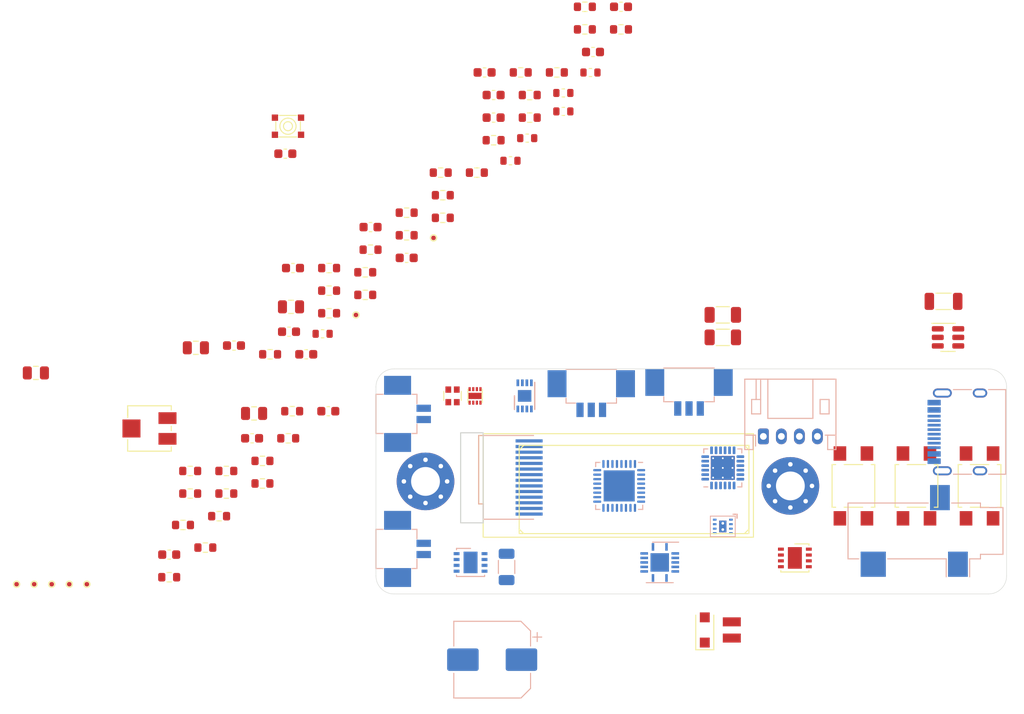
<source format=kicad_pcb>
(kicad_pcb (version 20210108) (generator pcbnew)
  (layers (0 "F.Cu" signal) (1 "In1.Cu" mixed) (2 "In2.Cu" mixed) (31 "B.Cu" signal) (34 "B.Paste" user) (35 "F.Paste" user) (36 "B.SilkS" user "B.Silkscreen") (37 "F.SilkS" user "F.Silkscreen") (38 "B.Mask" user) (39 "F.Mask" user) (44 "Edge.Cuts" user))
  (net 0 "")
  (net 1 "GND")
  (net 2 "Net-(C1-Pad1)")
  (net 3 "Net-(C2-Pad1)")
  (net 4 "Net-(C3-Pad1)")
  (net 5 "Net-(C4-Pad1)")
  (net 6 "Net-(C5-Pad1)")
  (net 7 "Net-(C6-Pad1)")
  (net 8 "+3V3")
  (net 9 "Net-(C8-Pad1)")
  (net 10 "VBUS")
  (net 11 "Net-(C16-Pad1)")
  (net 12 "Net-(C19-Pad2)")
  (net 13 "Net-(C19-Pad1)")
  (net 14 "Net-(C20-Pad2)")
  (net 15 "Net-(C20-Pad1)")
  (net 16 "Net-(C21-Pad1)")
  (net 17 "+12V")
  (net 18 "/MOT_FAULT")
  (net 19 "Net-(D1-Pad1)")
  (net 20 "Net-(D1-Pad2)")
  (net 21 "Net-(D1-Pad3)")
  (net 22 "Net-(D2-Pad2)")
  (net 23 "Net-(FB1-Pad1)")
  (net 24 "Net-(J1-PadS)")
  (net 25 "Net-(J1-PadR)")
  (net 26 "Net-(J2-Pad2)")
  (net 27 "Net-(J3-PadA5)")
  (net 28 "Net-(J3-PadA7)")
  (net 29 "Net-(J3-PadA6)")
  (net 30 "Net-(J3-PadB5)")
  (net 31 "/SWDIO")
  (net 32 "/SWCLK")
  (net 33 "/DBG_RX")
  (net 34 "/DBG_TX")
  (net 35 "Net-(J6-Pad2)")
  (net 36 "Net-(J6-Pad1)")
  (net 37 "Net-(M1-Pad4)")
  (net 38 "Net-(M1-Pad3)")
  (net 39 "Net-(M1-Pad2)")
  (net 40 "Net-(M1-Pad1)")
  (net 41 "Net-(Q1-Pad4)")
  (net 42 "Net-(R10-Pad1)")
  (net 43 "Net-(R11-Pad1)")
  (net 44 "Net-(R12-Pad1)")
  (net 45 "/D-")
  (net 46 "Net-(R15-Pad1)")
  (net 47 "/D+")
  (net 48 "Net-(R16-Pad1)")
  (net 49 "/RESET")
  (net 50 "/LIGHT_EN")
  (net 51 "Net-(R22-Pad1)")
  (net 52 "Net-(R23-Pad2)")
  (net 53 "/Stepper_motor/SU_FB")
  (net 54 "/Stepper_motor/MOT_MD3")
  (net 55 "/Stepper_motor/MOT_MD2")
  (net 56 "/Stepper_motor/MOT_MD1")
  (net 57 "/MOT_ENABLE")
  (net 58 "/MOT_DIR")
  (net 59 "/MOT_STEP")
  (net 60 "Net-(R34-Pad1)")
  (net 61 "Net-(R35-Pad1)")
  (net 62 "Net-(R36-Pad1)")
  (net 63 "/MOT_REF")
  (net 64 "/BT_OLED_>")
  (net 65 "/BT_OLED_#")
  (net 66 "/BT_OLED_<")
  (net 67 "/BT_PEDAL2")
  (net 68 "/BT_PEDAL1")
  (net 69 "/BT_ACTION")
  (net 70 "/SDA")
  (net 71 "/SCL")
  (net 72 "/OLED_RES")
  (net 73 "no_connect_74")
  (net 74 "no_connect_73")
  (net 75 "no_connect_78")
  (net 76 "no_connect_77")
  (net 77 "no_connect_76")
  (net 78 "no_connect_75")
  (net 79 "no_connect_79")
  (net 80 "no_connect_80")
  (net 81 "no_connect_81")
  (net 82 "no_connect_82")
  (footprint "TCY_passives:C_0603_1608Metric" (layer "F.Cu") (at 149.93 81.88)
    (fp_text reference "C6" hide)
    (fp_text value "100nF")
    (pad "1" smd roundrect (at -0.775 0) (size 0.7 0.9) (layers "F.Cu" "F.Paste" "F.Mask") (net 7 "Net-(C6-Pad1)"))
    (pad "2" smd roundrect (at 0.775 0) (size 0.7 0.9) (layers "F.Cu" "F.Paste" "F.Mask") (net 1 "GND"))
  )
  (footprint "Capacitor_SMD:C_0603_1608Metric" (layer "F.Cu") (at 127.26 103.38)
    (fp_text reference "C7" hide)
    (fp_text value "100nF")
    (pad "1" smd roundrect (at -0.775 0) (size 0.9 0.95) (layers "F.Cu" "F.Paste" "F.Mask") (net 8 "+3V3"))
    (pad "2" smd roundrect (at 0.775 0) (size 0.9 0.95) (layers "F.Cu" "F.Paste" "F.Mask") (net 1 "GND"))
  )
  (footprint "Capacitor_SMD:C_0603_1608Metric" (layer "F.Cu") (at 129.71 109.7)
    (fp_text reference "C25" hide)
    (fp_text value "22nF")
    (pad "1" smd roundrect (at -0.775 0) (size 0.9 0.95) (layers "F.Cu" "F.Paste" "F.Mask") (net 18 "/MOT_FAULT"))
    (pad "2" smd roundrect (at 0.775 0) (size 0.9 0.95) (layers "F.Cu" "F.Paste" "F.Mask") (net 1 "GND"))
  )
  (footprint "TCY_passives:C_0603_1608Metric" (layer "F.Cu") (at 158.81 72.08)
    (fp_text reference "C3" hide)
    (fp_text value "100nF")
    (pad "1" smd roundrect (at -0.775 0) (size 0.7 0.9) (layers "F.Cu" "F.Paste" "F.Mask") (net 4 "Net-(C3-Pad1)"))
    (pad "2" smd roundrect (at 0.775 0) (size 0.7 0.9) (layers "F.Cu" "F.Paste" "F.Mask") (net 1 "GND"))
  )
  (footprint "Resistor_SMD:R_0603_1608Metric" (layer "F.Cu") (at 113.58 122.34)
    (fp_text reference "R23" hide)
    (fp_text value "68k")
    (pad "1" smd roundrect (at -0.825 0) (size 0.8 0.95) (layers "F.Cu" "F.Paste" "F.Mask") (net 17 "+12V"))
    (pad "2" smd roundrect (at 0.825 0) (size 0.8 0.95) (layers "F.Cu" "F.Paste" "F.Mask") (net 52 "Net-(R23-Pad2)"))
  )
  (footprint "Button_Switch_SMD:SW_SPST_TL3305A" (layer "F.Cu") (at 202 118 90)
    (fp_text reference "SW2" hide)
    (fp_text value "OLED_#")
    (pad "1" smd rect (at -3.6 -1.5 90) (size 1.6 1.4) (layers "F.Cu" "F.Paste" "F.Mask") (net 1 "GND"))
    (pad "1" smd rect (at 3.6 -1.5 90) (size 1.6 1.4) (layers "F.Cu" "F.Paste" "F.Mask") (net 1 "GND"))
    (pad "2" smd rect (at -3.6 1.5 90) (size 1.6 1.4) (layers "F.Cu" "F.Paste" "F.Mask") (net 43 "Net-(R11-Pad1)"))
    (pad "2" smd rect (at 3.6 1.5 90) (size 1.6 1.4) (layers "F.Cu" "F.Paste" "F.Mask") (net 43 "Net-(R11-Pad1)"))
  )
  (footprint "Resistor_SMD:R_0603_1608Metric" (layer "F.Cu") (at 142.42 85.71)
    (fp_text reference "R14" hide)
    (fp_text value "5.1k")
    (pad "1" smd roundrect (at -0.825 0) (size 0.8 0.95) (layers "F.Cu" "F.Paste" "F.Mask") (net 30 "Net-(J3-PadB5)"))
    (pad "2" smd roundrect (at 0.825 0) (size 0.8 0.95) (layers "F.Cu" "F.Paste" "F.Mask") (net 1 "GND"))
  )
  (footprint "Resistor_SMD:R_0603_1608Metric" (layer "F.Cu") (at 148.06 79.6)
    (fp_text reference "R6" hide)
    (fp_text value "10k")
    (pad "1" smd roundrect (at -0.825 0) (size 0.8 0.95) (layers "F.Cu" "F.Paste" "F.Mask") (net 8 "+3V3"))
    (pad "2" smd roundrect (at 0.825 0) (size 0.8 0.95) (layers "F.Cu" "F.Paste" "F.Mask") (net 44 "Net-(R12-Pad1)"))
  )
  (footprint "Capacitor_SMD:C_0805_2012Metric" (layer "F.Cu") (at 115.01 102.66)
    (fp_text reference "C11" hide)
    (fp_text value "10uF")
    (pad "1" smd roundrect (at -0.95 0) (size 1 1.45) (layers "F.Cu" "F.Paste" "F.Mask") (net 8 "+3V3"))
    (pad "2" smd roundrect (at 0.95 0) (size 1 1.45) (layers "F.Cu" "F.Paste" "F.Mask") (net 1 "GND"))
  )
  (footprint "Resistor_SMD:R_0603_1608Metric" (layer "F.Cu") (at 123.25 103.38)
    (fp_text reference "R9" hide)
    (fp_text value "1k")
    (pad "1" smd roundrect (at -0.825 0) (size 0.8 0.95) (layers "F.Cu" "F.Paste" "F.Mask") (net 25 "Net-(J1-PadR)"))
    (pad "2" smd roundrect (at 0.825 0) (size 0.8 0.95) (layers "F.Cu" "F.Paste" "F.Mask") (net 4 "Net-(C3-Pad1)"))
  )
  (footprint "Capacitor_SMD:C_0805_2012Metric" (layer "F.Cu") (at 125.57 98.11)
    (fp_text reference "C21" hide)
    (fp_text value "10uF")
    (pad "1" smd roundrect (at -0.95 0) (size 1 1.45) (layers "F.Cu" "F.Paste" "F.Mask") (net 16 "Net-(C21-Pad1)"))
    (pad "2" smd roundrect (at 0.95 0) (size 1 1.45) (layers "F.Cu" "F.Paste" "F.Mask") (net 1 "GND"))
  )
  (footprint "Capacitor_SMD:C_0603_1608Metric" (layer "F.Cu") (at 125.79 93.8)
    (fp_text reference "C17" hide)
    (fp_text value "1uF")
    (pad "1" smd roundrect (at -0.775 0) (size 0.9 0.95) (layers "F.Cu" "F.Paste" "F.Mask") (net 8 "+3V3"))
    (pad "2" smd roundrect (at 0.775 0) (size 0.9 0.95) (layers "F.Cu" "F.Paste" "F.Mask") (net 1 "GND"))
  )
  (footprint "Resistor_SMD:R_0603_1608Metric" (layer "F.Cu") (at 152.07 74.58)
    (fp_text reference "R7" hide)
    (fp_text value "1k")
    (pad "1" smd roundrect (at -0.825 0) (size 0.8 0.95) (layers "F.Cu" "F.Paste" "F.Mask") (net 26 "Net-(J2-Pad2)"))
    (pad "2" smd roundrect (at 0.825 0) (size 0.8 0.95) (layers "F.Cu" "F.Paste" "F.Mask") (net 2 "Net-(C1-Pad1)"))
  )
  (footprint "Resistor_SMD:R_0603_1608Metric" (layer "F.Cu") (at 152.07 77.09)
    (fp_text reference "R22" hide)
    (fp_text value "390k")
    (pad "1" smd roundrect (at -0.825 0) (size 0.8 0.95) (layers "F.Cu" "F.Paste" "F.Mask") (net 51 "Net-(R22-Pad1)"))
    (pad "2" smd roundrect (at 0.825 0) (size 0.8 0.95) (layers "F.Cu" "F.Paste" "F.Mask") (net 1 "GND"))
  )
  (footprint "Resistor_SMD:R_0603_1608Metric" (layer "F.Cu") (at 122.4 117.73)
    (fp_text reference "R24" hide)
    (fp_text value "10k")
    (pad "1" smd roundrect (at -0.825 0) (size 0.8 0.95) (layers "F.Cu" "F.Paste" "F.Mask") (net 53 "/Stepper_motor/SU_FB"))
    (pad "2" smd roundrect (at 0.825 0) (size 0.8 0.95) (layers "F.Cu" "F.Paste" "F.Mask") (net 1 "GND"))
  )
  (footprint "Resistor_SMD:R_0603_1608Metric" (layer "F.Cu") (at 162.2 67.29)
    (fp_text reference "R1" hide)
    (fp_text value "10k")
    (pad "1" smd roundrect (at -0.825 0) (size 0.8 0.95) (layers "F.Cu" "F.Paste" "F.Mask") (net 8 "+3V3"))
    (pad "2" smd roundrect (at 0.825 0) (size 0.8 0.95) (layers "F.Cu" "F.Paste" "F.Mask") (net 25 "Net-(J1-PadR)"))
  )
  (footprint "Resistor_SMD:R_0603_1608Metric" (layer "F.Cu") (at 155.08 72.07)
    (fp_text reference "R18" hide)
    (fp_text value "1k")
    (pad "1" smd roundrect (at -0.825 0) (size 0.8 0.95) (layers "F.Cu" "F.Paste" "F.Mask") (net 49 "/RESET"))
    (pad "2" smd roundrect (at 0.825 0) (size 0.8 0.95) (layers "F.Cu" "F.Paste" "F.Mask") (net 9 "Net-(C8-Pad1)"))
  )
  (footprint "TCY_passives:C_0603_1608Metric" (layer "F.Cu") (at 151.79 79.37)
    (fp_text reference "C5" hide)
    (fp_text value "100nF")
    (pad "1" smd roundrect (at -0.775 0) (size 0.7 0.9) (layers "F.Cu" "F.Paste" "F.Mask") (net 6 "Net-(C5-Pad1)"))
    (pad "2" smd roundrect (at 0.775 0) (size 0.7 0.9) (layers "F.Cu" "F.Paste" "F.Mask") (net 1 "GND"))
  )
  (footprint "TCY_connectors:TestPoint_Pad_D0.5mm" (layer "F.Cu") (at 141.39 90.45)
    (fp_text reference "TP2" hide)
    (fp_text value "3V3")
    (pad "1" smd circle (at 0 0) (size 0.5 0.5) (layers "F.Cu" "F.Mask") (net 8 "+3V3"))
  )
  (footprint "Button_Switch_SMD:SW_SPST_TL3305A" (layer "F.Cu") (at 188 118 90)
    (fp_text reference "SW3" hide)
    (fp_text value "OLED_>")
    (pad "1" smd rect (at -3.6 -1.5 90) (size 1.6 1.4) (layers "F.Cu" "F.Paste" "F.Mask") (net 1 "GND"))
    (pad "1" smd rect (at 3.6 -1.5 90) (size 1.6 1.4) (layers "F.Cu" "F.Paste" "F.Mask") (net 1 "GND"))
    (pad "2" smd rect (at -3.6 1.5 90) (size 1.6 1.4) (layers "F.Cu" "F.Paste" "F.Mask") (net 44 "Net-(R12-Pad1)"))
    (pad "2" smd rect (at 3.6 1.5 90) (size 1.6 1.4) (layers "F.Cu" "F.Paste" "F.Mask") (net 44 "Net-(R12-Pad1)"))
  )
  (footprint "Resistor_SMD:R_0603_1608Metric" (layer "F.Cu") (at 133.81 94.27)
    (fp_text reference "R13" hide)
    (fp_text value "5.1k")
    (pad "1" smd roundrect (at -0.825 0) (size 0.8 0.95) (layers "F.Cu" "F.Paste" "F.Mask") (net 27 "Net-(J3-PadA5)"))
    (pad "2" smd roundrect (at 0.825 0) (size 0.8 0.95) (layers "F.Cu" "F.Paste" "F.Mask") (net 1 "GND"))
  )
  (footprint "TCY_display:OLED_128x32" (layer "F.Cu") (at 152 113)
    (fp_text reference "U6" hide)
    (fp_text value "OLED-128x32")
    (fp_rect (start -5.1 9.1) (end -7.6 -0.9) (layer "Edge.Cuts") (width 0.12) (fill none))
    (pad "1" smd rect (at 0 0) (size 3 0.35) (layers "B.Cu" "B.Paste" "B.Mask") (net 13 "Net-(C19-Pad1)"))
    (pad "2" smd rect (at 0 0.625) (size 3 0.35) (layers "B.Cu" "B.Paste" "B.Mask") (net 12 "Net-(C19-Pad2)"))
    (pad "3" smd rect (at 0 1.25) (size 3 0.35) (layers "B.Cu" "B.Paste" "B.Mask") (net 15 "Net-(C20-Pad1)"))
    (pad "4" smd rect (at 0 1.875) (size 3 0.35) (layers "B.Cu" "B.Paste" "B.Mask") (net 14 "Net-(C20-Pad2)"))
    (pad "5" smd rect (at 0 2.5) (size 3 0.35) (layers "B.Cu" "B.Paste" "B.Mask") (net 8 "+3V3"))
    (pad "6" smd rect (at 0 3.125) (size 3 0.35) (layers "B.Cu" "B.Paste" "B.Mask") (net 80 "no_connect_80"))
    (pad "7" smd rect (at 0 3.75) (size 3 0.35) (layers "B.Cu" "B.Paste" "B.Mask") (net 1 "GND"))
    (pad "8" smd rect (at 0 4.375) (size 3 0.35) (layers "B.Cu" "B.Paste" "B.Mask") (net 8 "+3V3"))
    (pad "9" smd rect (at 0 5) (size 3 0.35) (layers "B.Cu" "B.Paste" "B.Mask") (net 72 "/OLED_RES"))
    (pad "10" smd rect (at 0 5.625) (size 3 0.35) (layers "B.Cu" "B.Paste" "B.Mask") (net 71 "/SCL"))
    (pad "11" smd rect (at 0 6.25) (size 3 0.35) (layers "B.Cu" "B.Paste" "B.Mask") (net 70 "/SDA"))
    (pad "12" smd rect (at 0 6.875) (size 3 0.35) (layers "B.Cu" "B.Paste" "B.Mask") (net 51 "Net-(R22-Pad1)"))
    (pad "13" smd rect (at 0 7.5) (size 3 0.35) (layers "B.Cu" "B.Paste" "B.Mask") (net 11 "Net-(C16-Pad1)"))
    (pad "14" smd rect (at 0 8.125) (size 3 0.35) (layers "B.Cu" "B.Paste" "B.Mask") (net 16 "Net-(C21-Pad1)"))
  )
  (footprint "Resistor_SMD:R_1206_3216Metric" (layer "F.Cu") (at 173.5 101.5)
    (fp_text reference "R35" hide)
    (fp_text value "0.1R")
    (pad "1" smd roundrect (at -1.4625 0) (size 1.125 1.75) (layers "F.Cu" "F.Paste" "F.Mask") (roundrect_rratio 0.222222) (net 61 "Net-(R35-Pad1)"))
    (pad "2" smd roundrect (at 1.4625 0) (size 1.125 1.75) (layers "F.Cu" "F.Paste" "F.Mask") (roundrect_rratio 0.222222) (net 1 "GND"))
  )
  (footprint "TCY_passives:C_0603_1608Metric" (layer "F.Cu") (at 155.8 74.35)
    (fp_text reference "C1" hide)
    (fp_text value "100nF")
    (pad "1" smd roundrect (at -0.775 0) (size 0.7 0.9) (layers "F.Cu" "F.Paste" "F.Mask") (net 2 "Net-(C1-Pad1)"))
    (pad "2" smd roundrect (at 0.775 0) (size 0.7 0.9) (layers "F.Cu" "F.Paste" "F.Mask") (net 1 "GND"))
  )
  (footprint "Resistor_SMD:R_0603_1608Metric" (layer "F.Cu") (at 118.39 118.85)
    (fp_text reference "R25" hide)
    (fp_text value "0R")
    (pad "1" smd roundrect (at -0.825 0) (size 0.8 0.95) (layers "F.Cu" "F.Paste" "F.Mask") (net 8 "+3V3"))
    (pad "2" smd roundrect (at 0.825 0) (size 0.8 0.95) (layers "F.Cu" "F.Paste" "F.Mask") (net 54 "/Stepper_motor/MOT_MD3"))
  )
  (footprint "Capacitor_SMD:C_0805_2012Metric" (layer "F.Cu") (at 121.47 109.95)
    (fp_text reference "C23" hide)
    (fp_text value "10uF")
    (pad "1" smd roundrect (at -0.95 0) (size 1 1.45) (layers "F.Cu" "F.Paste" "F.Mask") (net 17 "+12V"))
    (pad "2" smd roundrect (at 0.95 0) (size 1 1.45) (layers "F.Cu" "F.Paste" "F.Mask") (net 1 "GND"))
  )
  (footprint "Capacitor_SMD:C_0805_2012Metric" (layer "F.Cu") (at 97.25 105.45)
    (fp_text reference "C16" hide)
    (fp_text value "10uF")
    (pad "1" smd roundrect (at -0.95 0) (size 1 1.45) (layers "F.Cu" "F.Paste" "F.Mask") (net 11 "Net-(C16-Pad1)"))
    (pad "2" smd roundrect (at 0.95 0) (size 1 1.45) (layers "F.Cu" "F.Paste" "F.Mask") (net 1 "GND"))
  )
  (footprint "TCY_passives:C_0603_1608Metric" (layer "F.Cu") (at 155.8 76.4)
    (fp_text reference "C4" hide)
    (fp_text value "100nF")
    (pad "1" smd roundrect (at -0.775 0) (size 0.7 0.9) (layers "F.Cu" "F.Paste" "F.Mask") (net 5 "Net-(C4-Pad1)"))
    (pad "2" smd roundrect (at 0.775 0) (size 0.7 0.9) (layers "F.Cu" "F.Paste" "F.Mask") (net 1 "GND"))
  )
  (footprint "MountingHole:MountingHole_3.2mm_M3_Pad_Via" (layer "F.Cu") (at 140.5 117.5)
    (fp_text reference "H2" hide)
    (fp_text value "M3")
    (pad "1" thru_hole circle (at -1.697056 -1.697056) (size 0.8 0.8) (drill 0.5) (layers *.Cu *.Mask) (net 1 "GND"))
    (pad "1" thru_hole circle (at 0 0) (size 6.4 6.4) (drill 3.2) (layers *.Cu *.Mask) (net 1 "GND"))
    (pad "1" thru_hole circle (at 0 -2.4) (size 0.8 0.8) (drill 0.5) (layers *.Cu *.Mask) (net 1 "GND"))
    (pad "1" thru_hole circle (at 1.697056 1.697056) (size 0.8 0.8) (drill 0.5) (layers *.Cu *.Mask) (net 1 "GND"))
    (pad "1" thru_hole circle (at -1.697056 1.697056) (size 0.8 0.8) (drill 0.5) (layers *.Cu *.Mask) (net 1 "GND"))
    (pad "1" thru_hole circle (at 0 2.4) (size 0.8 0.8) (drill 0.5) (layers *.Cu *.Mask) (net 1 "GND"))
    (pad "1" thru_hole circle (at -2.4 0) (size 0.8 0.8) (drill 0.5) (layers *.Cu *.Mask) (net 1 "GND"))
    (pad "1" thru_hole circle (at 2.4 0) (size 0.8 0.8) (drill 0.5) (layers *.Cu *.Mask) (net 1 "GND"))
    (pad "1" thru_hole circle (at 1.697056 -1.697056) (size 0.8 0.8) (drill 0.5) (layers *.Cu *.Mask) (net 1 "GND"))
  )
  (footprint "Capacitor_SMD:C_0603_1608Metric" (layer "F.Cu") (at 125.35 100.87)
    (fp_text reference "C10" hide)
    (fp_text value "1uF")
    (pad "1" smd roundrect (at -0.775 0) (size 0.9 0.95) (layers "F.Cu" "F.Paste" "F.Mask") (net 8 "+3V3"))
    (pad "2" smd roundrect (at 0.775 0) (size 0.9 0.95) (layers "F.Cu" "F.Paste" "F.Mask") (net 1 "GND"))
  )
  (footprint "Resistor_SMD:R_0603_1608Metric" (layer "F.Cu") (at 146.2 83.2)
    (fp_text reference "R4" hide)
    (fp_text value "10k")
    (pad "1" smd roundrect (at -0.825 0) (size 0.8 0.95) (layers "F.Cu" "F.Paste" "F.Mask") (net 8 "+3V3"))
    (pad "2" smd roundrect (at 0.825 0) (size 0.8 0.95) (layers "F.Cu" "F.Paste" "F.Mask") (net 42 "Net-(R10-Pad1)"))
  )
  (footprint "TCY_connectors:TestPoint_Pad_D0.5mm" (layer "F.Cu") (at 100.96 128.92)
    (fp_text reference "TP7" hide)
    (fp_text value "STEP")
    (pad "1" smd circle (at 0 0) (size 0.5 0.5) (layers "F.Cu" "F.Mask") (net 59 "/MOT_STEP"))
  )
  (footprint "Resistor_SMD:R_0603_1608Metric" (layer "F.Cu") (at 125.7 109.7)
    (fp_text reference "R27" hide)
    (fp_text value "0R")
    (pad "1" smd roundrect (at -0.825 0) (size 0.8 0.95) (layers "F.Cu" "F.Paste" "F.Mask") (net 8 "+3V3"))
    (pad "2" smd roundrect (at 0.825 0) (size 0.8 0.95) (layers "F.Cu" "F.Paste" "F.Mask") (net 55 "/Stepper_motor/MOT_MD2"))
  )
  (footprint "TCY_connectors:TestPoint_Pad_D0.5mm" (layer "F.Cu") (at 99.01 128.92)
    (fp_text reference "TP5" hide)
    (fp_text value "VREF")
    (pad "1" smd circle (at 0 0) (size 0.5 0.5) (layers "F.Cu" "F.Mask") (net 63 "/MOT_REF"))
  )
  (footprint "Resistor_SMD:R_Array_Convex_2x0606" (layer "F.Cu") (at 143.5 108 90)
    (fp_text reference "D1" hide)
    (fp_text value "LED_RGBA")
    (pad "1" smd rect (at -0.7 -0.47 90) (size 0.7 0.64) (layers "F.Cu" "F.Paste" "F.Mask") (net 19 "Net-(D1-Pad1)"))
    (pad "2" smd rect (at -0.7 0.47 90) (size 0.7 0.64) (layers "F.Cu" "F.Paste" "F.Mask") (net 20 "Net-(D1-Pad2)"))
    (pad "3" smd rect (at 0.7 0.47 90) (size 0.7 0.64) (layers "F.Cu" "F.Paste" "F.Mask") (net 21 "Net-(D1-Pad3)"))
    (pad "4" smd rect (at 0.7 -0.47 90) (size 0.7 0.64) (layers "F.Cu" "F.Paste" "F.Mask") (net 8 "+3V3"))
  )
  (footprint "Potentiometer_SMD:Potentiometer_Bourns_3214J_Horizontal" (layer "F.Cu") (at 109.86 111.62)
    (fp_text reference "RV1" hide)
    (fp_text value "50k")
    (pad "1" smd rect (at 2 -1.15) (size 2 1.3) (layers "F.Cu" "F.Paste" "F.Mask") (net 53 "/Stepper_motor/SU_FB"))
    (pad "2" smd rect (at -2 0) (size 2 2) (layers "F.Cu" "F.Paste" "F.Mask") (net 52 "Net-(R23-Pad2)"))
    (pad "3" smd rect (at 2 1.15) (size 2 1.3) (layers "F.Cu" "F.Paste" "F.Mask") (net 52 "Net-(R23-Pad2)"))
  )
  (footprint "Resistor_SMD:R_0603_1608Metric" (layer "F.Cu") (at 133.81 96.78)
    (fp_text reference "R8" hide)
    (fp_text value "1k")
    (pad "1" smd roundrect (at -0.825 0) (size 0.8 0.95) (layers "F.Cu" "F.Paste" "F.Mask") (net 24 "Net-(J1-PadS)"))
    (pad "2" smd roundrect (at 0.825 0) (size 0.8 0.95) (layers "F.Cu" "F.Paste" "F.Mask") (net 3 "Net-(C2-Pad1)"))
  )
  (footprint "Resistor_SMD:R_0603_1608Metric" (layer "F.Cu") (at 122.4 115.22)
    (fp_text reference "R30" hide)
    (fp_text value "0R")
    (pad "1" smd roundrect (at -0.825 0) (size 0.8 0.95) (layers "F.Cu" "F.Paste" "F.Mask") (net 56 "/Stepper_motor/MOT_MD1"))
    (pad "2" smd roundrect (at 0.825 0) (size 0.8 0.95) (layers "F.Cu" "F.Paste" "F.Mask") (net 1 "GND"))
  )
  (footprint "Capacitor_SMD:C_0603_1608Metric" (layer "F.Cu") (at 121.25 112.71)
    (fp_text reference "C22" hide)
    (fp_text value "2.2uF")
    (pad "1" smd roundrect (at -0.775 0) (size 0.9 0.95) (layers "F.Cu" "F.Paste" "F.Mask") (net 10 "VBUS"))
    (pad "2" smd roundrect (at 0.775 0) (size 0.9 0.95) (layers "F.Cu" "F.Paste" "F.Mask") (net 1 "GND"))
  )
  (footprint "TCY_passives:C_0603_1608Metric" (layer "F.Cu") (at 129.08 101.1)
    (fp_text reference "C2" hide)
    (fp_text value "100nF")
    (pad "1" smd roundrect (at -0.775 0) (size 0.7 0.9) (layers "F.Cu" "F.Paste" "F.Mask") (net 3 "Net-(C2-Pad1)"))
    (pad "2" smd roundrect (at 0.775 0) (size 0.7 0.9) (layers "F.Cu" "F.Paste" "F.Mask") (net 1 "GND"))
  )
  (footprint "TCY_IC:UTDFN-8-1EP_1.5x1.5mm_P0.4mm_EP0.8x1.45mm" (layer "F.Cu") (at 146 108 -90)
    (fp_text reference "U7" hide)
    (fp_text value "KTD2026BEWE")
    (pad "1" smd rect (at -0.75 -0.6 270) (size 0.45 0.25) (layers "F.Cu" "F.Paste" "F.Mask") (net 81 "no_connect_81"))
    (pad "2" smd rect (at -0.75 -0.2 270) (size 0.45 0.25) (layers "F.Cu" "F.Paste" "F.Mask") (net 21 "Net-(D1-Pad3)"))
    (pad "3" smd rect (at -0.75 0.2 270) (size 0.45 0.25) (layers "F.Cu" "F.Paste" "F.Mask") (net 20 "Net-(D1-Pad2)"))
    (pad "4" smd rect (at -0.75 0.6 270) (size 0.45 0.25) (layers "F.Cu" "F.Paste" "F.Mask") (net 19 "Net-(D1-Pad1)"))
    (pad "5" smd rect (at 0.75 0.6 270) (size 0.45 0.25) (layers "F.Cu" "F.Paste" "F.Mask") (net 8 "+3V3"))
    (pad "6" smd rect (at 0.75 0.2 270) (size 0.45 0.25) (layers "F.Cu" "F.Paste" "F.Mask") (net 71 "/SCL"))
    (pad "7" smd rect (at 0.75 -0.2 270) (size 0.45 0.25) (layers "F.Cu" "F.Paste" "F.Mask") (net 70 "/SDA"))
    (pad "8" smd rect (at 0.75 -0.6 270) (size 0.45 0.25) (layers "F.Cu" "F.Paste" "F.Mask") (net 1 "GND"))
    (pad "9" smd rect (at 0 0 270) (size 0.7 1.45) (layers "F.Cu" "F.Paste" "F.Mask") (net 1 "GND"))
  )
  (footprint "Capacitor_SMD:C_0603_1608Metric" (layer "F.Cu") (at 159.09 69.8)
    (fp_text reference "C12" hide)
    (fp_text value "100nF")
    (pad "1" smd roundrect (at -0.775 0) (size 0.9 0.95) (layers "F.Cu" "F.Paste" "F.Mask") (net 8 "+3V3"))
    (pad "2" smd roundrect (at 0.775 0) (size 0.9 0.95) (layers "F.Cu" "F.Paste" "F.Mask") (net 1 "GND"))
  )
  (footprint "Capacitor_SMD:C_0603_1608Metric" (layer "F.Cu") (at 148.06 74.58)
    (fp_text reference "C8" hide)
    (fp_text value "100nF")
    (pad "1" smd roundrect (at -0.775 0) (size 0.9 0.95) (layers "F.Cu" "F.Paste" "F.Mask") (net 9 "Net-(C8-Pad1)"))
    (pad "2" smd roundrect (at 0.775 0) (size 0.9 0.95) (layers "F.Cu" "F.Paste" "F.Mask") (net 1 "GND"))
  )
  (footprint "TCY_connectors:TestPoint_Pad_D0.5mm" (layer "F.Cu") (at 132.78 99.01)
    (fp_text reference "TP1" hide)
    (fp_text value "VBUS")
    (pad "1" smd circle (at 0 0) (size 0.5 0.5) (layers "F.Cu" "F.Mask") (net 10 "VBUS"))
  )
  (footprint "Inductor_SMD:L_1206_3216Metric" (layer "F.Cu") (at 198 97.5)
    (fp_text reference "FB1" hide)
    (fp_text value "50R@100Mhz")
    (pad "1" smd roundrect (at -1.575 0) (size 1.05 1.9) (layers "F.Cu" "F.Paste" "F.Mask") (roundrect_rratio 0.238095) (net 23 "Net-(FB1-Pad1)"))
    (pad "2" smd roundrect (at 1.575 0) (size 1.05 1.9) (layers "F.Cu" "F.Paste" "F.Mask") (roundrect_rratio 0.238095) (net 1 "GND"))
  )
  (footprint "Capacitor_SMD:C_0603_1608Metric" (layer "F.Cu") (at 119.24 102.41)
    (fp_text reference "C9" hide)
    (fp_text value "1uF")
    (pad "1" smd roundrect (at -0.775 0) (size 0.9 0.95) (layers "F.Cu" "F.Paste" "F.Mask") (net 10 "VBUS"))
    (pad "2" smd roundrect (at 0.775 0) (size 0.9 0.95) (layers "F.Cu" "F.Paste" "F.Mask") (net 1 "GND"))
  )
  (footprint "TCY_connectors:TestPoint_Pad_D0.5mm" (layer "F.Cu") (at 102.91 128.92)
    (fp_text reference "TP3" hide)
    (fp_text value "VMOT")
    (pad "1" smd circle (at 0 0) (size 0.5 0.5) (layers "F.Cu" "F.Mask") (net 17 "+12V"))
  )
  (footprint "Resistor_SMD:R_0603_1608Metric" (layer "F.Cu") (at 114.38 116.34)
    (fp_text reference "R33" hide)
    (fp_text value "10k")
    (pad "1" smd roundrect (at -0.825 0) (size 0.8 0.95) (layers "F.Cu" "F.Paste" "F.Mask") (net 59 "/MOT_STEP"))
    (pad "2" smd roundrect (at 0.825 0) (size 0.8 0.95) (layers "F.Cu" "F.Paste" "F.Mask") (net 1 "GND"))
  )
  (footprint "Package_TO_SOT_SMD:SOT-23-6" (layer "F.Cu") (at 198.5 101.5)
    (fp_text reference "U2" hide)
    (fp_text value "USBLC6-2SC6")
    (pad "1" smd roundrect (at -1.1375 -0.95) (size 1.325 0.6) (layers "F.Cu" "F.Paste" "F.Mask") (net 28 "Net-(J3-PadA7)"))
    (pad "2" smd roundrect (at -1.1375 0) (size 1.325 0.6) (layers "F.Cu" "F.Paste" "F.Mask") (net 1 "GND"))
    (pad "3" smd roundrect (at -1.1375 0.95) (size 1.325 0.6) (layers "F.Cu" "F.Paste" "F.Mask") (net 29 "Net-(J3-PadA6)"))
    (pad "4" smd roundrect (at 1.1375 0.95) (size 1.325 0.6) (layers "F.Cu" "F.Paste" "F.Mask") (net 48 "Net-(R16-Pad1)"))
    (pad "5" smd roundrect (at 1.1375 0) (size 1.325 0.6) (layers "F.Cu" "F.Paste" "F.Mask") (net 10 "VBUS"))
    (pad "6" smd roundrect (at 1.1375 -0.95) (size 1.325 0.6) (layers "F.Cu" "F.Paste" "F.Mask") (net 46 "Net-(R15-Pad1)"))
  )
  (footprint "Capacitor_SMD:C_0603_1608Metric" (layer "F.Cu") (at 162.2 64.78)
    (fp_text reference "C14" hide)
    (fp_text value "100nF")
    (pad "1" smd roundrect (at -0.775 0) (size 0.9 0.95) (layers "F.Cu" "F.Paste" "F.Mask") (net 8 "+3V3"))
    (pad "2" smd roundrect (at 0.775 0) (size 0.9 0.95) (layers "F.Cu" "F.Paste" "F.Mask") (net 1 "GND"))
  )
  (footprint "Diode_SMD:D_SOD-123F" (layer "F.Cu") (at 171.5 134 90)
    (fp_text reference "D2" hide)
    (fp_text value "SKL110")
    (pad "1" smd rect (at -1.4 0 90) (size 1.1 1.1) (layers "F.Cu" "F.Paste" "F.Mask") (net 17 "+12V"))
    (pad "2" smd rect (at 1.4 0 90) (size 1.1 1.1) (layers "F.Cu" "F.Paste" "F.Mask") (net 22 "Net-(D2-Pad2)"))
  )
  (footprint "Resistor_SMD:R_0603_1608Metric" (layer "F.Cu") (at 142.19 83.2)
    (fp_text reference "R17" hide)
    (fp_text value "100k")
    (pad "1" smd roundrect (at -0.825 0) (size 0.8 0.95) (layers "F.Cu" "F.Paste" "F.Mask") (net 8 "+3V3"))
    (pad "2" smd roundrect (at 0.825 0) (size 0.8 0.95) (layers "F.Cu" "F.Paste" "F.Mask") (net 9 "Net-(C8-Pad1)"))
  )
  (footprint "Resistor_SMD:R_0603_1608Metric" (layer "F.Cu") (at 151.07 72.07)
    (fp_text reference "R15" hide)
    (fp_text value "22R")
    (pad "1" smd roundrect (at -0.825 0) (size 0.8 0.95) (layers "F.Cu" "F.Paste" "F.Mask") (net 46 "Net-(R15-Pad1)"))
    (pad "2" smd roundrect (at 0.825 0) (size 0.8 0.95) (layers "F.Cu" "F.Paste" "F.Mask") (net 45 "/D-"))
  )
  (footprint "Capacitor_SMD:C_0603_1608Metric" (layer "F.Cu") (at 138.41 92.67)
    (fp_text reference "C18" hide)
    (fp_text value "100nF")
    (pad "1" smd roundrect (at -0.775 0) (size 0.9 0.95) (layers "F.Cu" "F.Paste" "F.Mask") (net 8 "+3V3"))
    (pad "2" smd roundrect (at 0.775 0) (size 0.9 0.95) (layers "F.Cu" "F.Paste" "F.Mask") (net 1 "GND"))
  )
  (footprint "Capacitor_SMD:C_0603_1608Metric" (layer "F.Cu") (at 147.06 72.07)
    (fp_text reference "C13" hide)
    (fp_text value "100nF")
    (pad "1" smd roundrect (at -0.775 0) (size 0.9 0.95) (layers "F.Cu" "F.Paste" "F.Mask") (net 8 "+3V3"))
    (pad "2" smd roundrect (at 0.775 0) (size 0.9 0.95) (layers "F.Cu" "F.Paste" "F.Mask") (net 1 "GND"))
  )
  (footprint "Capacitor_SMD:C_0603_1608Metric" (layer "F.Cu") (at 148.06 77.09)
    (fp_text reference "C15" hide)
    (fp_text value "1uF")
    (pad "1" smd roundrect (at -0.775 0) (size 0.9 0.95) (layers "F.Cu" "F.Paste" "F.Mask") (net 8 "+3V3"))
    (pad "2" smd roundrect (at 0.775 0) (size 0.9 0.95) (layers "F.Cu" "F.Paste" "F.Mask") (net 1 "GND"))
  )
  (footprint "TCY_connectors:TestPoint_Pad_D0.5mm" (layer "F.Cu") (at 95.11 128.92)
    (fp_text reference "TP6" hide)
    (fp_text value "DIR")
    (pad "1" smd circle (at 0 0) (size 0.5 0.5) (layers "F.Cu" "F.Mask") (net 58 "/MOT_DIR"))
  )
  (footprint "Resistor_SMD:R_0603_1608Metric" (layer "F.Cu") (at 116.06 124.85)
    (fp_text reference "R32" hide)
    (fp_text value "10k")
    (pad "1" smd roundrect (at -0.825 0) (size 0.8 0.95) (layers "F.Cu" "F.Paste" "F.Mask") (net 58 "/MOT_DIR"))
    (pad "2" smd roundrect (at 0.825 0) (size 0.8 0.95) (layers "F.Cu" "F.Paste" "F.Mask") (net 1 "GND"))
  )
  (footprint "Resistor_SMD:R_0603_1608Metric" (layer "F.Cu") (at 118.39 116.34)
    (fp_text reference "R34" hide)
    (fp_text value "10k")
    (pad "1" smd roundrect (at -0.825 0) (size 0.8 0.95) (layers "F.Cu" "F.Paste" "F.Mask") (net 60 "Net-(R34-Pad1)"))
    (pad "2" smd roundrect (at 0.825 0) (size 0.8 0.95) (layers "F.Cu" "F.Paste" "F.Mask") (net 1 "GND"))
  )
  (footprint "TCY_connectors:TestPoint_Pad_D0.5mm" (layer "F.Cu") (at 97.06 128.92)
    (fp_text reference "TP4" hide)
    (fp_text value "EN/FAULT")
    (pad "1" smd circle (at 0 0) (size 0.5 0.5) (layers "F.Cu" "F.Mask") (net 18 "/MOT_FAULT"))
  )
  (footprint "Resistor_SMD:R_0603_1608Metric" (layer "F.Cu") (at 158.19 67.29)
    (fp_text reference "R2" hide)
    (fp_text value "10k")
    (pad "1" smd roundrect (at -0.825 0) (size 0.8 0.95) (layers "F.Cu" "F.Paste" "F.Mask") (net 8 "+3V3"))
    (pad "2" smd roundrect (at 0.825 0) (size 0.8 0.95) (layers "F.Cu" "F.Paste" "F.Mask") (net 26 "Net-(J2-Pad2)"))
  )
  (footprint "Resistor_SMD:R_0603_1608Metric" (layer "F.Cu") (at 142.42 88.22)
    (fp_text reference "R12" hide)
    (fp_text value "1k")
    (pad "1" smd roundrect (at -0.825 0) (size 0.8 0.95) (layers "F.Cu" "F.Paste" "F.Mask") (net 44 "Net-(R12-Pad1)"))
    (pad "2" smd roundrect (at 0.825 0) (size 0.8 0.95) (layers "F.Cu" "F.Paste" "F.Mask") (net 7 "Net-(C6-Pad1)"))
  )
  (footprint "Resistor_SMD:R_1206_3216Metric" (layer "F.Cu") (at 173.5 99)
    (fp_text reference "R36" hide)
    (fp_text value "0.1R")
    (pad "1" smd roundrect (at -1.4625 0) (size 1.125 1.75) (layers "F.Cu" "F.Paste" "F.Mask") (roundrect_rratio 0.222222) (net 62 "Net-(R36-Pad1)"))
    (pad "2" smd roundrect (at 1.4625 0) (size 1.125 1.75) (layers "F.Cu" "F.Paste" "F.Mask") (roundrect_rratio 0.222222) (net 1 "GND"))
  )
  (footprint "Resistor_SMD:R_0603_1608Metric" (layer "F.Cu") (at 129.8 93.8)
    (fp_text reference "R16" hide)
    (fp_text value "22R")
    (pad "1" smd roundrect (at -0.825 0) (size 0.8 0.95) (layers "F.Cu" "F.Paste" "F.Mask") (net 48 "Net-(R16-Pad1)"))
    (pad "2" smd roundrect (at 0.825 0) (size 0.8 0.95) (layers "F.Cu" "F.Paste" "F.Mask") (net 47 "/D+"))
  )
  (footprint "Resistor_SMD:R_0603_1608Metric" (layer "F.Cu") (at 112.05 128.14)
    (fp_text reference "R31" hide)
    (fp_text value "10k")
    (pad "1" smd roundrect (at -0.825 0) (size 0.8 0.95) (layers "F.Cu" "F.Paste" "F.Mask") (net 57 "/MOT_ENABLE"))
    (pad "2" smd roundrect (at 0.825 0) (size 0.8 0.95) (layers "F.Cu" "F.Paste" "F.Mask") (net 18 "/MOT_FAULT"))
  )
  (footprint "MountingHole:MountingHole_3.2mm_M3_Pad_Via" (layer "F.Cu") (at 181 118)
    (fp_text reference "H1" hide)
    (fp_text value "M3")
    (pad "1" thru_hole circle (at 1.697056 -1.697056) (size 0.8 0.8) (drill 0.5) (layers *.Cu *.Mask) (net 1 "GND"))
    (pad "1" thru_hole circle (at -2.4 0) (size 0.8 0.8) (drill 0.5) (layers *.Cu *.Mask) (net 1 "GND"))
    (pad "1" thru_hole circle (at 0 2.4) (size 0.8 0.8) (drill 0.5) (layers *.Cu *.Mask) (net 1 "GND"))
    (pad "1" thru_hole circle (at 2.4 0) (size 0.8 0.8) (drill 0.5) (layers *.Cu *.Mask) (net 1 "GND"))
    (pad "1" thru_hole circle (at 0 -2.4) (size 0.8 0.8) (drill 0.5) (layers *.Cu *.Mask) (net 1 "GND"))
    (pad "1" thru_hole circle (at -1.697056 1.697056) (size 0.8 0.8) (drill 0.5) (layers *.Cu *.Mask) (net 1 "GND"))
    (pad "1" thru_hole circle (at 1.697056 1.697056) (size 0.8 0.8) (drill 0.5) (layers *.Cu *.Mask) (net 1 "GND"))
    (pad "1" thru_hole circle (at 0 0) (size 6.4 6.4) (drill 3.2) (layers *.Cu *.Mask) (net 1 "GND"))
    (pad "1" thru_hole circle (at -1.697056 -1.697056) (size 0.8 0.8) (drill 0.5) (layers *.Cu *.Mask) (net 1 "GND"))
  )
  (footprint "Resistor_SMD:R_0603_1608Metric" (layer "F.Cu") (at 138.41 90.16)
    (fp_text reference "R5" hide)
    (fp_text value "10k")
    (pad "1" smd roundrect (at -0.825 0) (size 0.8 0.95) (layers "F.Cu" "F.Paste" "F.Mask") (net 8 "+3V3"))
    (pad "2" smd roundrect (at 0.825 0) (size 0.8 0.95) (layers "F.Cu" "F.Paste" "F.Mask") (net 43 "Net-(R11-Pad1)"))
  )
  (footprint "Resistor_SMD:R_0603_1608Metric" (layer "F.Cu") (at 138.41 87.65)
    (fp_text reference "R19" hide)
    (fp_text value "220R")
    (pad "1" smd roundrect (at -0.825 0) (size 0.8 0.95) (layers "F.Cu" "F.Paste" "F.Mask") (net 50 "/LIGHT_EN"))
    (pad "2" smd roundrect (at 0.825 0) (size 0.8 0.95) (layers "F.Cu" "F.Paste" "F.Mask") (net 41 "Net-(Q1-Pad4)"))
  )
  (footprint "TCY_passives:Laird_2520" (layer "F.Cu") (at 174.5 134)
    (fp_text reference "L1" hide)
    (fp_text value "10uH")
    (pad "1" smd rect (at 0 -0.9) (size 2 1) (layers "F.Cu" "F.Paste" "F.Mask") (net 10 "VBUS"))
    (pad "2" smd rect (at 0 0.9) (size 2 1) (layers "F.Cu" "F.Paste" "F.Mask") (net 22 "Net-(D2-Pad2)"))
  )
  (footprint "Resistor_SMD:R_0603_1608Metric" (layer "F.Cu") (at 129.8 96.31)
    (fp_text reference "R10" hide)
    (fp_text value "1k")
    (pad "1" smd roundrect (at -0.825 0) (size 0.8 0.95) (layers "F.Cu" "F.Paste" "F.Mask") (net 42 "Net-(R10-Pad1)"))
    (pad "2" smd roundrect (at 0.825 0) (size 0.8 0.95) (layers "F.Cu" "F.Paste" "F.Mask") (net 5 "Net-(C4-Pad1)"))
  )
  (footprint "Resistor_SMD:R_0603_1608Metric" (layer "F.Cu") (at 129.8 98.82)
    (fp_text reference "R3" hide)
    (fp_text value "10k")
    (pad "1" smd roundrect (at -0.825 0) (size 0.8 0.95) (layers "F.Cu" "F.Paste" "F.Mask") (net 8 "+3V3"))
    (pad "2" smd roundrect (at 0.825 0) (size 0.8 0.95) (layers "F.Cu" "F.Paste" "F.Mask") (net 24 "Net-(J1-PadS)"))
  )
  (footprint "Capacitor_SMD:C_0603_1608Metric" (layer "F.Cu") (at 112.05 125.63)
    (fp_text reference "C26" hide)
    (fp_text value "330nF")
    (pad "1" smd roundrect (at -0.775 0) (size 0.9 0.95) (layers "F.Cu" "F.Paste" "F.Mask") (net 17 "+12V"))
    (pad "2" smd roundrect (at 0.775 0) (size 0.9 0.95) (layers "F.Cu" "F.Paste" "F.Mask") (net 1 "GND"))
  )
  (footprint "Resistor_SMD:R_0603_1608Metric" (layer "F.Cu") (at 125.26 112.71)
    (fp_text reference "R29" hide)
    (fp_text value "0R")
    (pad "1" smd roundrect (at -0.825 0) (size 0.8 0.95) (layers "F.Cu" "F.Paste" "F.Mask") (net 8 "+3V3"))
    (pad "2" smd roundrect (at 0.825 0) (size 0.8 0.95) (layers "F.Cu" "F.Paste" "F.Mask") (net 56 "/Stepper_motor/MOT_MD1"))
  )
  (footprint "Resistor_SMD:R_0603_1608Metric" (layer "F.Cu") (at 117.59 121.36)
    (fp_text reference "R26" hide)
    (fp_text value "0R")
    (pad "1" smd roundrect (at -0.825 0) (size 0.8 0.95) (layers "F.Cu" "F.Paste" "F.Mask") (net 54 "/Stepper_motor/MOT_MD3"))
    (pad "2" smd roundrect (at 0.825 0) (size 0.8 0.95) (layers "F.Cu" "F.Paste" "F.Mask") (net 1 "GND"))
  )
  (footprint "Resistor_SMD:R_0603_1608Metric" (layer "F.Cu") (at 134.4 91.76)
    (fp_text reference "R11" hide)
    (fp_text value "1k")
    (pad "1" smd roundrect (at -0.825 0) (size 0.8 0.95) (layers "F.Cu" "F.Paste" "F.Mask") (net 43 "Net-(R11-Pad1)"))
    (pad "2" smd roundrect (at 0.825 0) (size 0.8 0.95) (layers "F.Cu" "F.Paste" "F.Mask") (net 6 "Net-(C5-Pad1)"))
  )
  (footprint "Button_Switch_SMD:SW_SPST_TL3305A" (layer "F.Cu") (at 195 118 90)
    (fp_text reference "SW1" hide)
    (fp_text value "OLED_<")
    (pad "1" smd rect (at 3.6 -1.5 90) (size 1.6 1.4) (layers "F.Cu" "F.Paste" "F.Mask") (net 1 "GND"))
    (pad "1" smd rect (at -3.6 -1.5 90) (size 1.6 1.4) (layers "F.Cu" "F.Paste" "F.Mask") (net 1 "GND"))
    (pad "2" smd rect (at -3.6 1.5 90) (size 1.6 1.4) (layers "F.Cu" "F.Paste" "F.Mask") (net 42 "Net-(R10-Pad1)"))
    (pad "2" smd rect (at 3.6 1.5 90) (size 1.6 1.4) (layers "F.Cu" "F.Paste" "F.Mask") (net 42 "Net-(R10-Pad1)"))
  )
  (footprint "Capacitor_SMD:C_0603_1608Metric" (layer "F.Cu") (at 124.94 81.1)
    (fp_text reference "C19" hide)
    (fp_text value "1uF")
    (pad "1" smd roundrect (at -0.775 0) (size 0.9 0.95) (layers "F.Cu" "F.Paste" "F.Mask") (net 13 "Net-(C19-Pad1)"))
    (pad "2" smd roundrect (at 0.775 0) (size 0.9 0.95) (layers "F.Cu" "F.Paste" "F.Mask") (net 12 "Net-(C19-Pad2)"))
  )
  (footprint "Package_DFN_QFN:DFN-8-1EP_3x3mm_P0.65mm_EP1.55x2.4mm" (layer "F.Cu") (at 181.5 126)
    (fp_text reference "U3" hide)
    (fp_text value "NCV8165ML330")
    (pad "1" smd rect (at -1.55 -0.975) (size 0.65 0.35) (layers "F.Cu" "F.Paste" "F.Mask") (net 8 "+3V3"))
    (pad "2" smd rect (at -1.55 -0.325) (size 0.65 0.35) (layers "F.Cu" "F.Paste" "F.Mask"))
    (pad "3" smd rect (at -1.55 0.325) (size 0.65 0.35) (layers "F.Cu" "F.Paste" "F.Mask"))
    (pad "4" smd rect (at -1.55 0.975) (size 0.65 0.35) (layers "F.Cu" "F.Paste" "F.Mask") (net 1 "GND"))
    (pad "5" smd rect (at 1.55 0.975) (size 0.65 0.35) (layers "F.Cu" "F.Paste" "F.Mask") (net 10 "VBUS"))
    (pad "6" smd rect (at 1.55 0.325) (size 0.65 0.35) (layers "F.Cu" "F.Paste" "F.Mask"))
    (pad "7" smd rect (at 1.55 -0.325) (size 0.65 0.35) (layers "F.Cu" "F.Paste" "F.Mask"))
    (pad "8" smd rect (at 1.55 -0.975) (size 0.65 0.35) (layers "F.Cu" "F.Paste" "F.Mask") (net 10 "VBUS"))
    (pad "9" smd rect (at 0 0) (size 1.55 2.4) (layers "F.Cu" "F.Mask") (net 1 "GND"))
  )
  (footprint "Resistor_SMD:R_0603_1608Metric" (layer "F.Cu") (at 114.38 118.85)
    (fp_text reference "R28" hide)
    (fp_text value "0R")
    (pad "1" smd roundrect (at -0.825 0) (size 0.8 0.95) (layers "F.Cu" "F.Paste" "F.Mask") (net 55 "/Stepper_motor/MOT_MD2"))
    (pad "2" smd roundrect (at 0.825 0) (size 0.8 0.95) (layers "F.Cu" "F.Paste" "F.Mask") (net 1 "GND"))
  )
  (footprint "TCY_buttons_switches:KMT031NGJLHS" (layer "F.Cu") (at 125.235 78.045)
    (fp_text reference "SW4" hide)
    (fp_text value "BT_RESET")
    (pad "1" smd rect (at -1.45 -0.95) (size 0.7 0.7) (layers "F.Cu" "F.Paste" "F.Mask") (net 9 "Net-(C8-Pad1)"))
    (pad "1" smd rect (at 1.45 -0.95) (size 0.7 0.7) (layers "F.Cu" "F.Paste" "F.Mask") (net 9 "Net-(C8-Pad1)"))
    (pad "2" smd rect (at -1.45 0.95) (size 0.7 0.7) (layers "F.Cu" "F.Paste" "F.Mask") (net 1 "GND"))
    (pad "2" smd rect (at 1.45 0.95) (size 0.7 0.7) (layers "F.Cu" "F.Paste" "F.Mask") (net 1 "GND"))
  )
  (footprint "Resistor_SMD:R_0603_1608Metric" (layer "F.Cu") (at 158.19 64.78)
    (fp_text reference "R20" hide)
    (fp_text value "10k")
    (pad "1" smd roundrect (at -0.825 0) (size 0.8 0.95) (layers "F.Cu" "F.Paste" "F.Mask") (net 1 "GND"))
    (pad "2" smd roundrect (at 0.825 0) (size 0.8 0.95) (layers "F.Cu" "F.Paste" "F.Mask") (net 41 "Net-(Q1-Pad4)"))
  )
  (footprint "Capacitor_SMD:C_0603_1608Metric" (layer "F.Cu") (at 134.4 89.25)
    (fp_text reference "C20" hide)
    (fp_text value "1uF")
    (pad "1" smd roundrect (at -0.775 0) (size 0.9 0.95) (layers "F.Cu" "F.Paste" "F.Mask") (net 15 "Net-(C20-Pad1)"))
    (pad "2" smd roundrect (at 0.775 0) (size 0.9 0.95) (layers "F.Cu" "F.Paste" "F.Mask") (net 14 "Net-(C20-Pad2)"))
  )
  (footprint "TCY_connectors:Amphenol_10114828-11103LF_1x03_P1.25mm_Vertical" (layer "B.Cu") (at 158.9 108.8)
    (fp_text reference "J4" hide)
    (fp_text value "PROG_CONN")
    (pad "1" smd rect (at -1.25 0.75) (size 0.8 1.6) (layers "B.Cu" "B.Paste" "B.Mask") (net 1 "GND"))
    (pad "2" smd rect (at 0 0.75) (size 0.8 1.6) (layers "B.Cu" "B.Paste" "B.Mask") (net 32 "/SWCLK"))
    (pad "3" smd rect (at 1.25 0.75) (size 0.8 1.6) (layers "B.Cu" "B.Paste" "B.Mask") (net 31 "/SWDIO"))
    (pad "~" smd rect (at 3.8 -2.15) (size 2.1 3) (layers "B.Cu" "B.Paste" "B.Mask"))
    (pad "~" smd rect (at -3.8 -2.15) (size 2.1 3) (layers "B.Cu" "B.Paste" "B.Mask"))
  )
  (footprint "Package_DFN_QFN:DFN-8-1EP_3x2mm_P0.5mm_EP1.3x1.5mm" (layer "B.Cu") (at 151.5 108 -90)
    (fp_text reference "U5" hide)
    (fp_text value "M24C32")
    (pad "1" smd rect (at -1.45 0.75 270) (size 0.75 0.3) (layers "B.Cu" "B.Paste" "B.Mask") (net 1 "GND"))
    (pad "2" smd rect (at -1.45 0.25 270) (size 0.75 0.3) (layers "B.Cu" "B.Paste" "B.Mask") (net 1 "GND"))
    (pad "3" smd rect (at -1.45 -0.25 270) (size 0.75 0.3) (layers "B.Cu" "B.Paste" "B.Mask") (net 1 "GND"))
    (pad "4" smd rect (at -1.45 -0.75 270) (size 0.75 0.3) (layers "B.Cu" "B.Paste" "B.Mask") (net 1 "GND"))
    (pad "5" smd rect (at 1.45 -0.75 270) (size 0.75 0.3) (layers "B.Cu" "B.Paste" "B.Mask") (net 70 "/SDA"))
    (pad "6" smd rect (at 1.45 -0.25 270) (size 0.75 0.3) (layers "B.Cu" "B.Paste" "B.Mask") (net 71 "/SCL"))
    (pad "7" smd rect (at 1.45 0.25 270) (size 0.75 0.3) (layers "B.Cu" "B.Paste" "B.Mask") (net 1 "GND"))
    (pad "8" smd rect (at 1.45 0.75 270) (size 0.75 0.3) (layers "B.Cu" "B.Paste" "B.Mask") (net 8 "+3V3"))
    (pad "9" smd rect (at 0 0 270) (size 1.3 1.5) (layers "B.Cu" "B.Mask"))
  )
  (footprint "Capacitor_SMD:CP_Elec_8x10" (layer "B.Cu") (at 147.9 137.3 180)
    (fp_text reference "C24" hide)
    (fp_text value "330uF")
    (pad "1" smd roundrect (at -3.25 0 180) (size 3.5 2.5) (layers "B.Cu" "B.Paste" "B.Mask") (roundrect_rratio 0.1) (net 17 "+12V"))
    (pad "2" smd roundrect (at 3.25 0 180) (size 3.5 2.5) (layers "B.Cu" "B.Paste" "B.Mask") (roundrect_rratio 0.1) (net 1 "GND"))
  )
  (footprint "TCY_connectors:Amphenol_10114830-11102LF_1x02_P1.25mm_Horizontal" (layer "B.Cu") (at 139.5 110 90)
    (fp_text reference "J2" hide)
    (fp_text value "BT_ACTION")
    (pad "1" smd rect (at -0.625 0.8 90) (size 0.8 1.6) (layers "B.Cu" "B.Paste" "B.Mask") (net 1 "GND"))
    (pad "2" smd rect (at 0.625 0.8 90) (size 0.8 1.6) (layers "B.Cu" "B.Paste" "B.Mask") (net 26 "Net-(J2-Pad2)"))
    (pad "~" smd rect (at -3.175 -2.1 90) (size 2.1 3) (layers "B.Cu" "B.Paste" "B.Mask"))
    (pad "~" smd rect (at 3.175 -2.1 90) (size 2.1 3) (layers "B.Cu" "B.Paste" "B.Mask"))
  )
  (footprint "TCY_connectors:Amphenol_10114828-11103LF_1x03_P1.25mm_Vertical" (layer "B.Cu") (at 169.75 108.65)
    (fp_text reference "J5" hide)
    (fp_text value "DBG_UART")
    (pad "1" smd rect (at -1.25 0.75) (size 0.8 1.6) (layers "B.Cu" "B.Paste" "B.Mask") (net 1 "GND"))
    (pad "2" smd rect (at 0 0.75) (size 0.8 1.6) (layers "B.Cu" "B.Paste" "B.Mask") (net 34 "/DBG_TX"))
    (pad "3" smd rect (at 1.25 0.75) (size 0.8 1.6) (layers "B.Cu" "B.Paste" "B.Mask") (net 33 "/DBG_RX"))
    (pad "~" smd rect (at -3.8 -2.15) (size 2.1 3) (layers "B.Cu" "B.Paste" "B.Mask"))
    (pad "~" smd rect (at 3.8 -2.15) (size 2.1 3) (layers "B.Cu" "B.Paste" "B.Mask"))
  )
  (footprint "Package_DFN_QFN:QFN-24-1EP_4x4mm_P0.5mm_EP2.65x2.65mm_ThermalVias" (layer "B.Cu") (at 173.5 116)
    (fp_text reference "U9" hide)
    (fp_text value "STSPIN820")
    (pad "1" smd roundrect (at -1.95 1.25) (size 0.85 0.3) (layers "B.Cu" "B.Paste" "B.Mask") (net 63 "/MOT_REF"))
    (pad "2" smd roundrect (at -1.95 0.75) (size 0.85 0.3) (layers "B.Cu" "B.Paste" "B.Mask") (net 1 "GND"))
    (pad "3" smd roundrect (at -1.95 0.25) (size 0.85 0.3) (layers "B.Cu" "B.Paste" "B.Mask") (net 1 "GND"))
    (pad "4" smd roundrect (at -1.95 -0.25) (size 0.85 0.3) (layers "B.Cu" "B.Paste" "B.Mask") (net 61 "Net-(R35-Pad1)"))
    (pad "5" smd roundrect (at -1.95 -0.75) (size 0.85 0.3) (layers "B.Cu" "B.Paste" "B.Mask") (net 61 "Net-(R35-Pad1)"))
    (pad "6" smd roundrect (at -1.95 -1.25) (size 0.85 0.3) (layers "B.Cu" "B.Paste" "B.Mask") (net 61 "Net-(R35-Pad1)"))
    (pad "7" smd roundrect (at -1.25 -1.95) (size 0.3 0.85) (layers "B.Cu" "B.Paste" "B.Mask") (net 39 "Net-(M1-Pad2)"))
    (pad "8" smd roundrect (at -0.75 -1.95) (size 0.3 0.85) (layers "B.Cu" "B.Paste" "B.Mask") (net 40 "Net-(M1-Pad1)"))
    (pad "9" smd roundrect (at -0.25 -1.95) (size 0.3 0.85) (layers "B.Cu" "B.Paste" "B.Mask") (net 17 "+12V"))
    (pad "10" smd roundrect (at 0.25 -1.95) (size 0.3 0.85) (layers "B.Cu" "B.Paste" "B.Mask") (net 17 "+12V"))
    (pad "11" smd roundrect (at 0.75 -1.95) (size 0.3 0.85) (layers "B.Cu" "B.Paste" "B.Mask") (net 37 "Net-(M1-Pad4)"))
    (pad "12" smd roundrect (at 1.25 -1.95) (size 0.3 0.85) (layers "B.Cu" "B.Paste" "B.Mask") (net 38 "Net-(M1-Pad3)"))
    (pad "13" smd roundrect (at 1.95 -1.25) (size 0.85 0.3) (layers "B.Cu" "B.Paste" "B.Mask") (net 62 "Net-(R36-Pad1)"))
    (pad "14" smd roundrect (at 1.95 -0.75) (size 0.85 0.3) (layers "B.Cu" "B.Paste" "B.Mask") (net 62 "Net-(R36-Pad1)"))
    (pad "15" smd roundrect (at 1.95 -0.25) (size 0.85 0.3) (layers "B.Cu" "B.Paste" "B.Mask") (net 62 "Net-(R36-Pad1)"))
    (pad "16" smd roundrect (at 1.95 0.25) (size 0.85 0.3) (layers "B.Cu" "B.Paste" "B.Mask") (net 8 "+3V3"))
    (pad "17" smd roundrect (at 1.95 0.75) (size 0.85 0.3) (layers "B.Cu" "B.Paste" "B.Mask") (net 18 "/MOT_FAULT"))
    (pad "18" smd roundrect (at 1.95 1.25) (size 0.85 0.3) (layers "B.Cu" "B.Paste" "B.Mask") (net 1 "GND"))
    (pad "19" smd roundrect (at 1.25 1.95) (size 0.3 0.85) (layers "B.Cu" "B.Paste" "B.Mask") (net 59 "/MOT_STEP"))
    (pad "20" smd roundrect (at 0.75 1.95) (size 0.3 0.85) (layers "B.Cu" "B.Paste" "B.Mask") (net 58 "/MOT_DIR"))
    (pad "21" smd roundrect (at 0.25 1.95) (size 0.3 0.85) (layers "B.Cu" "B.Paste" "B.Mask") (net 56 "/Stepper_motor/MOT_MD1"))
    (pad "22" smd roundrect (at -0.25 1.95) (size 0.3 0.85) (layers "B.Cu" "B.Paste" "B.Mask") (net 55 "/Stepper_motor/MOT_MD2"))
    (pad "23" smd roundrect (at -0.75 1.95) (size 0.3 0.85) (layers "B.Cu" "B.Paste" "B.Mask") (net 54 "/Stepper_motor/MOT_MD3"))
    (pad "24" smd roundrect (at -1.25 1.95) (size 0.3 0.85) (layers "B.Cu" "B.Paste" "B.Mask") (net 60 "Net-(R34-Pad1)"))
    (pad "25" thru_hole circle (at -1.075 -1.075) (size 0.5 0.5) (drill 0.2) (layers *.Cu) (net 1 "GND"))
    (pad "25" thru_hole circle (at -1.075 0) (size 0.5 0.5) (drill 0.2) (layers *.Cu) (net 1 "GND"))
    (pad "25" thru_hole circle (at 1.075 1.075) (size 0.5 0.5) (drill 0.2) (layers *.Cu) (net 1 "GND"))
    (pad "25" thru_hole circle (at 0 -1.075) (size 0.5 0.5) (drill 0.2) (layers *.Cu) (net 1 "GND"))
    (pad "25" thru_hole circle (at 0 0) (size 0.5 0.5) (drill 0.2) (layers *.Cu) (net 1 "GND"))
    (pad "25" smd rect (at 0 0) (size 2.65 2.65) (layers "F.Cu") (net 1 "GND"))
    (pad "25" smd rect (at 0 0) (size 2.65 2.65) (layers "B.Cu" "B.Mask") (net 1 "GND"))
    (pad "25" thru_hole circle (at 1.075 -1.075) (size 0.5 0.5) (drill 0.2) (layers *.Cu) (net 1 "GND"))
    (pad "25" thru_hole circle (at -1.075 1.075) (size 0.5 0.5) (drill 0.2) (layers *.Cu) (net 1 "GND"))
    (pad "25" thru_hole circle (at 1.075 0) (size 0.5 0.5) (drill 0.2) (layers *.Cu) (net 1 "GND"))
    (pad "25" thru_hole circle (at 0 1.075) (size 0.5 0.5) (drill 0.2) (layers *.Cu) (net 1 "GND"))
  )
  (footprint "Connector_USB:USB_C_Receptacle_HRO_TYPE-C-31-M-12" (layer "B.Cu") (at 201 112 -90)
    (fp_text reference "J3" hide)
    (fp_text value "USB_C_Receptacle_USB2.0")
    (pad "" np_thru_hole circle (at -2.89 2.6 270) (size 0.65 0.65) (drill 0.65) (layers *.Cu *.Mask))
    (pad "" np_thru_hole circle (at 2.89 2.6 270) (size 0.65 0.65) (drill 0.65) (layers *.Cu *.Mask))
    (pad "A1" smd rect (at -3.25 4.045 270) (size 0.6 1.45) (layers "B.Cu" "B.Paste" "B.Mask") (net 1 "GND"))
    (pad "A4" smd rect (at -2.45 4.045 270) (size 0.6 1.45) (layers "B.Cu" "B.Paste" "B.Mask") (net 10 "VBUS"))
    (pad "A5" smd rect (at -1.25 4.045 270) (size 0.3 1.45) (layers "B.Cu" "B.Paste" "B.Mask") (net 27 "Net-(J3-PadA5)"))
    (pad "A6" smd rect (at -0.25 4.045 270) (size 0.3 1.45) (layers "B.Cu" "B.Paste" "B.Mask") (net 29 "Net-(J3-PadA6)"))
    (pad "A7" smd rect (at 0.25 4.045 270) (size 0.3 1.45) (layers "B.Cu" "B.Paste" "B.Mask") (net 28 "Net-(J3-PadA7)"))
    (pad "A8" smd rect (at 1.25 4.045 270) (size 0.3 1.45) (layers "B.Cu" "B.Paste" "B.Mask") (net 74 "no_connect_73"))
    (pad "A9" smd rect (at 2.45 4.045 270) (size 0.6 1.45) (layers "B.Cu" "B.Paste" "B.Mask") (net 10 "VBUS"))
    (pad "A12" smd rect (at 3.25 4.045 270) (size 0.6 1.45) (layers "B.Cu" "B.Paste" "B.Mask") (net 1 "GND"))
    (pad "B1" smd rect (at 3.25 4.045 270) (size 0.6 1.45) (layers "B.Cu" "B.Paste" "B.Mask") (net 1 "GND"))
    (pad "B4" smd rect (at 2.45 4.045 270) (size 0.6 1.45) (layers "B.Cu" "B.Paste" "B.Mask") (net 10 "VBUS"))
    (pad "B5" smd rect (at 1.75 4.045 270) (size 0.3 1.45) (layers "B.Cu" "B.Paste" "B.Mask") (net 30 "Net-(J3-PadB5)"))
    (pad "B6" smd rect (at 0.75 4.045 270) (size 0.3 1.45) (layers "B.Cu" "B.Paste" "B.Mask") (net 29 "Net-(J3-PadA6)"))
    (pad "B7" smd rect (at -0.75 4.045 270) (size 0.3 1.45) (layers "B.Cu" "B.Paste" "B.Mask") (net 28 "Net-(J3-PadA7)"))
    (pad "B8" smd rect (at -1.75 4.045 270) (size 0.3 1.45) (layers "B.Cu" "B.Paste" "B.Mask") (net 73 "no_connect_74"))
    (pad "B9" smd rect (at -2.45 4.045 270) (size 0.6 1.45) (layers "B.Cu" "B.Paste" "B.Mask") (net 10 "VBUS"))
    (pad "B12" smd rect (at -3.25 4.045 270) (size 0.6 1.45) (layers "B.Cu" "B.Paste" "B.Mask") (net 1 "GND"))
    (pad "S1" thru_hole oval (at -4.32 3.13 270) (size 1 2.1) (drill oval 0.6 1.7) (layers *.Cu *.Mask) (net 23 "Net-(FB1-Pad1)"))
    (pad "S1" thru_hole oval (at -4.32 -1.05 270) (size 1 1.6) (drill oval 0.6 1.2) (layers *.Cu *.Mask) (net 23 "Net-(FB1-Pad1)"))
    (pad "S1" thru_hole oval (at 4.32 3.13 270) (size 1 2.1) (drill oval 0.6 1.7) (layers *.Cu *.Mask) (net 23 "Net-(FB1-Pad1)"))
    (pad "S1" thru_hole oval (at 4.32 -1.05 270) (size 1 1.6) (drill oval 0.6 1.2) (layers *.Cu *.Mask) (net 23 "Net-(FB1-Pad1)"))
  )
  (footprint "Package_DFN_QFN:Texas_S-PVQFN-N14" (layer "B.Cu") (at 166.5 126.5 180)
    (fp_text reference "U1" hide)
    (fp_text value "74HC14")
    (pad "1" smd rect (at -0.75 1.725 270) (size 0.85 0.28) (layers "B.Cu" "B.Paste" "B.Mask") (net 2 "Net-(C1-Pad1)"))
    (pad "2" smd rect (at -1.725 1 270) (size 0.28 0.85) (layers "B.Cu" "B.Paste" "B.Mask") (net 69 "/BT_ACTION"))
    (pad "3" smd rect (at -1.725 0.5 270) (size 0.28 0.85) (layers "B.Cu" "B.Paste" "B.Mask") (net 3 "Net-(C2-Pad1)"))
    (pad "4" smd rect (at -1.725 0 270) (size 0.28 0.85) (layers "B.Cu" "B.Paste" "B.Mask") (net 68 "/BT_PEDAL1"))
    (pad "5" smd rect (at -1.725 -0.5 270) (size 0.28 0.85) (layers "B.Cu" "B.Paste" "B.Mask") (net 4 "Net-(C3-Pad1)"))
    (pad "6" smd rect (at -1.725 -1 270) (size 0.28 0.85) (layers "B.Cu" "B.Paste" "B.Mask") (net 67 "/BT_PEDAL2"))
    (pad "7" smd rect (at -0.75 -1.725 270) (size 0.85 0.28) (layers "B.Cu" "B.Paste" "B.Mask") (net 1 "GND"))
    (pad "8" smd rect (at 0.75 -1.725 270) (size 0.85 0.28) (layers "B.Cu" "B.Paste" "B.Mask") (net 66 "/BT_OLED_<"))
    (pad "9" smd rect (at 1.725 -1 270) (size 0.28 0.85) (layers "B.Cu" "B.Paste" "B.Mask") (net 5 "Net-(C4-Pad1)"))
    (pad "10" smd rect (at 1.725 -0.5 270) (size 0.28 0.85) (layers "B.Cu" "B.Paste" "B.Mask") (net 65 "/BT_OLED_#"))
    (pad "11" smd rect (at 1.725 0 270) (size 0.28 0.85) (layers "B.Cu" "B.Paste" "B.Mask") (net 6 "Net-(C5-Pad1)"))
    (pad "12" smd rect (at 1.725 0.5 270) (size 0.28 0.85) (layers "B.Cu" "B.Paste" "B.Mask") (net 64 "/BT_OLED_>"))
    (pad "13" smd rect (at 1.725 1 270) (size 0.28 0.85) (layers "B.Cu" "B.Paste" "B.Mask") (net 7 "Net-(C6-Pad1)"))
    (pad "14" smd rect (at 0.75 1.725 270) (size 0.85 0.28) (layers "B.Cu" "B.Paste" "B.Mask") (net 8 "+3V3"))
    (pad "15" smd rect (at 0 0 270) (size 2.05 2.05) (layers "B.Cu" "B.Mask"))
  )
  (footprint "TCY_connectors:Amphenol_10114830-11102LF_1x02_P1.25mm_Horizontal" (layer "B.Cu") (at 139.5 125 90)
    (fp_text reference "J6" hide)
    (fp_text value "LED_CONN")
    (pad "1" smd rect (at -0.625 0.8 90) (size 0.8 1.6) (layers "B.Cu" "B.Paste" "B.Mask") (net 36 "Net-(J6-Pad1)"))
    (pad "2" smd rect (at 0.625 0.8 90) (size 0.8 1.6) (layers "B.Cu" "B.Paste" "B.Mask") (net 35 "Net-(J6-Pad2)"))
    (pad "~" smd rect (at -3.175 -2.1 90) (size 2.1 3) (layers "B.Cu" "B.Paste" "B.Mask"))
    (pad "~" smd rect (at 3.175 -2.1 90) (size 2.1 3) (layers "B.Cu" "B.Paste" "B.Mask"))
  )
  (footprint "Package_DFN_QFN:Micrel_MLF-8-1EP_2x2mm_P0.5mm_EP0.8x1.3mm_ThermalVias" (layer "B.Cu") (at 173.5 122.5 180)
    (fp_text reference "U8" hide)
    (fp_text value "MIC2288")
    (pad "1" smd rect (at -0.9 0.75 180) (size 0.4 0.23) (layers "B.Cu" "B.Paste" "B.Mask") (net 1 "GND"))
    (pad "2" smd rect (at -0.9 0.25 180) (size 0.4 0.23) (layers "B.Cu" "B.Paste" "B.Mask") (net 10 "VBUS"))
    (pad "3" smd rect (at -0.9 -0.25 180) (size 0.4 0.23) (layers "B.Cu" "B.Paste" "B.Mask") (net 10 "VBUS"))
    (pad "4" smd rect (at -0.9 -0.75 180) (size 0.4 0.23) (layers "B.Cu" "B.Paste" "B.Mask") (net 1 "GND"))
    (pad "5" smd rect (at 0.9 -0.75 180) (size 0.4 0.23) (layers "B.Cu" "B.Paste" "B.Mask") (net 82 "no_connect_82"))
    (pad "6" smd rect (at 0.9 -0.25 180) (size 0.4 0.23) (layers "B.Cu" "B.Paste" "B.Mask") (net 53 "/Stepper_motor/SU_FB"))
    (pad "7" smd rect (at 0.9 0.25 180) (size 0.4 0.23) (layers "B.Cu" "B.Paste" "B.Mask") (net 22 "Net-(D2-Pad2)"))
    (pad "8" smd rect (at 0.9 0.75 180) (size 0.4 0.23) (layers "B.Cu" "B.Paste" "B.Mask") (net 1 "GND"))
    (pad "9" thru_hole circle (at 0 -0.35 180) (size 0.6 0.6) (drill 0.3) (layers *.Cu) (net 1 "GND"))
    (pad "9" thru_hole circle (at 0 0.35 180) (size 0.6 0.6) (drill 0.3) (layers *.Cu) (net 1 "GND"))
    (pad "9" smd rect (at 0 0 180) (size 0.8 1.3) (layers "B.Cu" "B.Mask") (net 1 "GND"))
    (pad "9" smd rect (at 0 0 180) (size 0.8 1.3) (layers "F.Cu") (net 1 "GND"))
  )
  (footprint "Package_DFN_QFN:QFN-32-1EP_5x5mm_P0.5mm_EP3.45x3.45mm" (layer "B.Cu") (at 162 118 180)
    (fp_text reference "U4" hide)
    (fp_text value "STM32L432KCUx")
    (pad "1" smd roundrect (at -2.4375 1.75 180) (size 0.875 0.25) (layers "B.Cu" "B.Paste" "B.Mask") (net 8 "+3V3"))
    (pad "2" smd roundrect (at -2.4375 1.25 180) (size 0.875 0.25) (layers "B.Cu" "B.Paste" "B.Mask") (net 65 "/BT_OLED_#"))
    (pad "3" smd roundrect (at -2.4375 0.75 180) (size 0.875 0.25) (layers "B.Cu" "B.Paste" "B.Mask") (net 66 "/BT_OLED_<"))
    (pad "4" smd roundrect (at -2.4375 0.25 180) (size 0.875 0.25) (layers "B.Cu" "B.Paste" "B.Mask") (net 49 "/RESET"))
    (pad "5" smd roundrect (at -2.4375 -0.25 180) (size 0.875 0.25) (layers "B.Cu" "B.Paste" "B.Mask") (net 8 "+3V3"))
    (pad "6" smd roundrect (at -2.4375 -0.75 180) (size 0.875 0.25) (layers "B.Cu" "B.Paste" "B.Mask") (net 69 "/BT_ACTION"))
    (pad "7" smd roundrect (at -2.4375 -1.25 180) (size 0.875 0.25) (layers "B.Cu" "B.Paste" "B.Mask") (net 79 "no_connect_79"))
    (pad "8" smd roundrect (at -2.4375 -1.75 180) (size 0.875 0.25) (layers "B.Cu" "B.Paste" "B.Mask") (net 59 "/MOT_STEP"))
    (pad "9" smd roundrect (at -1.75 -2.4375 180) (size 0.25 0.875) (layers "B.Cu" "B.Paste" "B.Mask") (net 58 "/MOT_DIR"))
    (pad "10" smd roundrect (at -1.25 -2.4375 180) (size 0.25 0.875) (layers "B.Cu" "B.Paste" "B.Mask") (net 63 "/MOT_REF"))
    (pad "11" smd roundrect (at -0.75 -2.4375 180) (size 0.25 0.875) (layers "B.Cu" "B.Paste" "B.Mask") (net 18 "/MOT_FAULT"))
    (pad "12" smd roundrect (at -0.25 -2.4375 180) (size 0.25 0.875) (layers "B.Cu" "B.Paste" "B.Mask") (net 57 "/MOT_ENABLE"))
    (pad "13" smd roundrect (at 0.25 -2.4375 180) (size 0.25 0.875) (layers "B.Cu" "B.Paste" "B.Mask") (net 72 "/OLED_RES"))
    (pad "14" smd roundrect (at 0.75 -2.4375 180) (size 0.25 0.875) (layers "B.Cu" "B.Paste" "B.Mask") (net 78 "no_connect_75"))
    (pad "15" smd roundrect (at 1.25 -2.4375 180) (size 0.25 0.875) (layers "B.Cu" "B.Paste" "B.Mask") (net 77 "no_connect_76"))
    (pad "16" smd roundrect (at 1.75 -2.4375 180) (size 0.25 0.875) (layers "B.Cu" "B.Paste" "B.Mask") (net 1 "GND"))
    (pad "17" smd roundrect (at 2.4375 -1.75 180) (size 0.875 0.25) (layers "B.Cu" "B.Paste" "B.Mask") (net 8 "+3V3"))
    (pad "18" smd roundrect (at 2.4375 -1.25 180) (size 0.875 0.25) (layers "B.Cu" "B.Paste" "B.Mask") (net 50 "/LIGHT_EN"))
    (pad "19" smd roundrect (at 2.4375 -0.75 180) (size 0.875 0.25) (layers "B.Cu" "B.Paste" "B.Mask") (net 34 "/DBG_TX"))
    (pad "20" smd roundrect (at 2.4375 -0.25 180) (size 0.875 0.25) (layers "B.Cu" "B.Paste" "B.Mask") (net 33 "/DBG_RX"))
    (pad "21" smd roundrect (at 2.4375 0.25 180) (size 0.875 0.25) (layers "B.Cu" "B.Paste" "B.Mask") (net 45 "/D-"))
    (pad "22" smd roundrect (at 2.4375 0.75 180) (size 0.875 0.25) (layers "B.Cu" "B.Paste" "B.Mask") (net 47 "/D+"))
    (pad "23" smd roundrect (at 2.4375 1.25 180) (size 0.875 0.25) (layers "B.Cu" "B.Paste" "B.Mask") (net 31 "/SWDIO"))
    (pad "24" smd roundrect (at 2.4375 1.75 180) (size 0.875 0.25) (layers "B.Cu" "B.Paste" "B.Mask") (net 32 "/SWCLK"))
    (pad "25" smd roundrect (at 1.75 2.4375 180) (size 0.25 0.875) (layers "B.Cu" "B.Paste" "B.Mask") (net 76 "no_connect_77"))
    (pad "26" smd roundrect (at 1.25 2.4375 180) (size 0.25 0.875) (layers "B.Cu" "B.Paste" "B.Mask") (net 75 "no_connect_78"))
    (pad "27" smd roundrect (at 0.75 2.4375 180) (size 0.25 0.875) (layers "B.Cu" "B.Paste" "B.Mask") (net 67 "/BT_PEDAL2"))
    (pad "28" smd roundrect (at 0.25 2.4375 180) (size 0.25 0.875) (layers "B.Cu" "B.Paste" "B.Mask") (net 68 "/BT_PEDAL1"))
    (pad "29" smd roundrect (at -0.25 2.4375 180) (size 0.25 0.875) (layers "B.Cu" "B.Paste" "B.Mask") (net 71 "/SCL"))
    (pad "30" smd roundrect (at -0.75 2.4375 180) (size 0.25 0.875) (layers "B.Cu" "B.Paste" "B.Mask") (net 70 "/SDA"))
    (pad "31" smd roundrect (at -1.25 2.4375 180) (size 0.25 0.875) (layers "B.Cu" "B.Paste" "B.Mask") (net 64 "/BT_OLED_>"))
    (pad "32" smd roundrect (at -1.75 2.4375 180) (size 0.25 0.875) (layers "B.Cu" "B.Paste" "B.Mask") (net 1 "GND"))
    (pad "33" smd rect (at 0 0 180) (size 3.45 3.45) (layers "B.Cu" "B.Mask") (net 1 "GND"))
  )
  (footprint "Connector_JST:JST_PH_S4B-PH-K_1x04_P2.00mm_Horizontal" (layer "B.Cu") (at 178 112.5)
    (fp_text reference "M1" hide)
    (fp_text value "28BYJ-48 (5V)")
    (pad "1" thru_hole roundrect (at 0 0) (size 1.2 1.75) (drill 0.75) (layers *.Cu *.Mask) (roundrect_rratio 0.208333) (net 40 "Net-(M1-Pad1)"))
    (pad "2" thru_hole oval (at 2 0) (size 1.2 1.75) (drill 0.75) (layers *.Cu *.Mask) (net 39 "Net-(M1-Pad2)"))
    (pad "3" thru_hole oval (at 4 0) (size 1.2 1.75) (drill 0.75) (layers *.Cu *.Mask) (net 38 "Net-(M1-Pad3)"))
    (pad "4" thru_hole oval (at 6 0) (size 1.2 1.75) (drill 0.75) (layers *.Cu *.Mask) (net 37 "Net-(M1-Pad4)"))
  )
  (footprint "Connector_Audio:Jack_3.5mm_CUI_SJ-3523-SMT_Horizontal" (layer "B.Cu") (at 196 123 90)
    (fp_text reference "J1" hide)
    (fp_text value "Fottpedal")
    (pad "" np_thru_hole circle (at 0 -4.5 90) (size 1.7 1.7) (drill 1.7) (layers *.Cu *.Mask))
    (pad "" np_thru_hole circle (at 0 2.5 90) (size 1.7 1.7) (drill 1.7) (layers *.Cu *.Mask))
    (pad "R" smd rect (at 3.7 1.6 90) (size 2.8 2.2) (layers "B.Cu" "B.Paste" "B.Mask") (net 25 "Net-(J1-PadR)"))
    (pad "S" smd rect (at -3.7 3.6 90) (size 2.8 2.2) (layers "B.Cu" "B.Paste" "B.Mask") (net 24 "Net-(J1-PadS)"))
    (pad "T" smd rect (at -3.7 -5.8 90) (size 2.8 2.8) (layers "B.Cu" "B.Paste" "B.Mask") (net 1 "GND"))
  )
  (footprint "Package_DFN_QFN:DFN-8-1EP_3x3mm_P0.65mm_EP1.55x2.4mm" (layer "B.Cu") (at 145.5 126.5 180)
    (fp_text reference "Q1" hide)
    (fp_text value "AON7414")
    (pad "1" smd rect (at -1.55 0.975 180) (size 0.65 0.35) (layers "B.Cu" "B.Paste" "B.Mask") (net 1 "GND"))
    (pad "2" smd rect (at -1.55 0.325 180) (size 0.65 0.35) (layers "B.Cu" "B.Paste" "B.Mask") (net 1 "GND"))
    (pad "3" smd rect (at -1.55 -0.325 180) (size 0.65 0.35) (layers "B.Cu" "B.Paste" "B.Mask") (net 1 "GND"))
    (pad "4" smd rect (at -1.55 -0.975 180) (size 0.65 0.35) (layers "B.Cu" "B.Paste" "B.Mask") (net 41 "Net-(Q1-Pad4)"))
    (pad "5" smd rect (at 1.55 -0.975 180) (size 0.65 0.35) (layers "B.Cu" "B.Paste" "B.Mask") (net 35 "Net-(J6-Pad2)"))
    (pad "6" smd rect (at 1.55 -0.325 180) (size 0.65 0.35) (layers "B.Cu" "B.Paste" "B.Mask") (net 35 "Net-(J6-Pad2)"))
    (pad "7" smd rect (at 1.55 0.325 180) (size 0.65 0.35) (layers "B.Cu" "B.Paste" "B.Mask") (net 35 "Net-(J6-Pad2)"))
    (pad "8" smd rect (at 1.55 0.975 180) (size 0.65 0.35) (layers "B.Cu" "B.Paste" "B.Mask") (net 35 "Net-(J6-Pad2)"))
    (pad "9" smd rect (at 0 0 180) (size 1.55 2.4) (layers "B.Cu" "B.Mask") (net 35 "Net-(J6-Pad2)"))
  )
  (footprint "Resistor_SMD:R_1206_3216Metric" (layer "B.Cu") (at 149.5 127 -90)
    (fp_text reference "R21" hide)
    (fp_text value "0R")
    (pad "1" smd roundrect (at -1.4625 0 270) (size 1.125 1.75) (layers "B.Cu" "B.Paste" "B.Mask") (roundrect_rratio 0.222222) (net 10 "VBUS"))
    (pad "2" smd roundrect (at 1.4625 0 270) (size 1.125 1.75) (layers "B.Cu" "B.Paste" "B.Mask") (roundrect_rratio 0.222222) (net 36 "Net-(J6-Pad1)"))
  )
  (gr_line (start 205 107) (end 205 128) (layer "Edge.Cuts") (width 0.05))
  (gr_arc (start 203 128) (end 203 130) (angle -90) (layer "Edge.Cuts") (width 0.05))
  (gr_line (start 135 128) (end 135 107) (layer "Edge.Cuts") (width 0.05))
  (gr_arc (start 137 107) (end 137 105) (angle -90) (layer "Edge.Cuts") (width 0.05))
  (gr_line (start 137 105) (end 203 105) (layer "Edge.Cuts") (width 0.05))
  (gr_line (start 203 130) (end 137 130) (layer "Edge.Cuts") (width 0.05))
  (gr_arc (start 203 107) (end 205 107) (angle -90) (layer "Edge.Cuts") (width 0.05))
  (gr_arc (start 137 128) (end 135 128) (angle -90) (layer "Edge.Cuts") (width 0.05))
)
</source>
